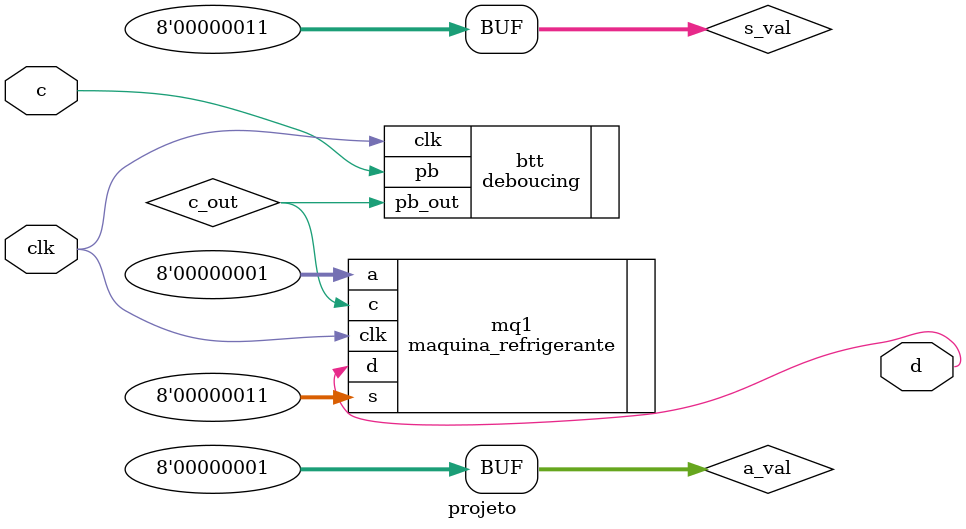
<source format=sv>
module projeto(
    input logic c, clk,
    output logic d);
    
    wire c_out;
    wire [7:0] s_val, a_val;
    assign s_val = 8'd3;
    assign a_val = 8'd1;

    deboucing btt(.pb(c), .clk(clk), .pb_out(c_out));
    maquina_refrigerante mq1(.s(s_val), .a(a_val), .c(c_out), .clk(clk), .d(d));
endmodule
</source>
